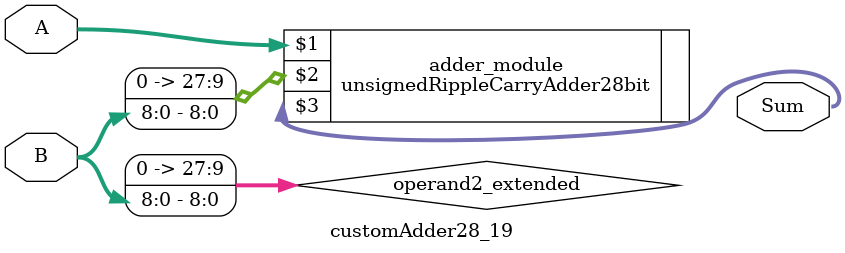
<source format=v>

module customAdder28_19(
                    input [27 : 0] A,
                    input [8 : 0] B,
                    
                    output [28 : 0] Sum
            );

    wire [27 : 0] operand2_extended;
    
    assign operand2_extended =  {19'b0, B};
    
    unsignedRippleCarryAdder28bit adder_module(
        A,
        operand2_extended,
        Sum
    );
    
endmodule
        
</source>
